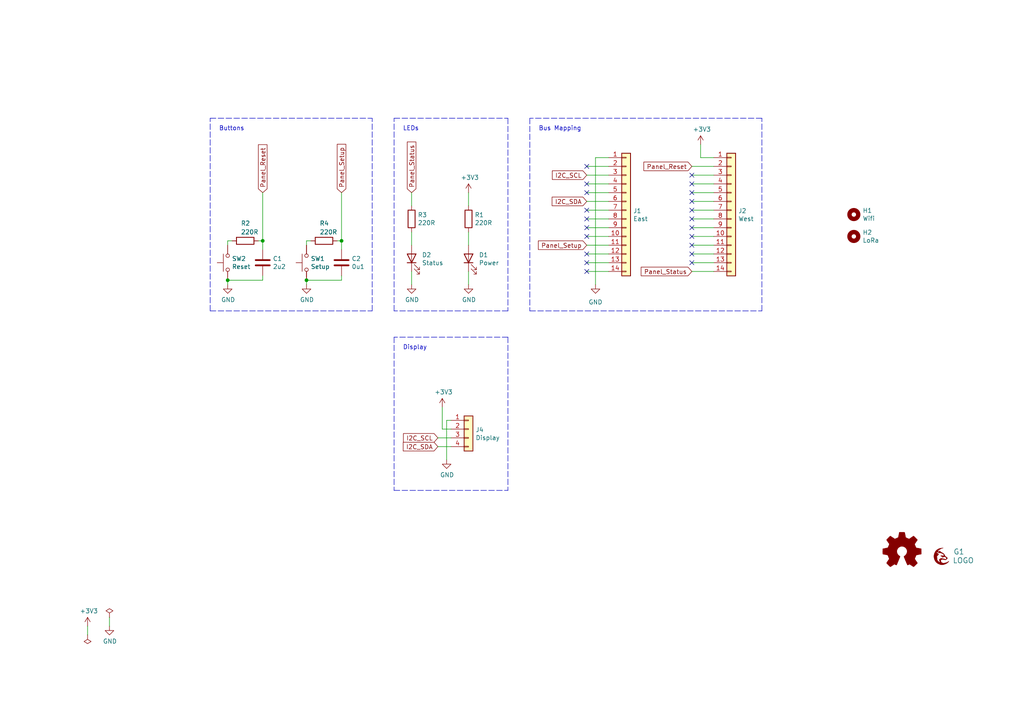
<source format=kicad_sch>
(kicad_sch (version 20211123) (generator eeschema)
  (paper "A4")
  (title_block (title "Satellite Panel") (date "2022-02-08") (rev "2.0") (company "GrayC GmbH") (comment 1 "Fabian Schlegel") (comment 4 "Front Panel Module with Setup / Reset Buttons and Status LEDs"))
  (lib_symbols
    (symbol "Connector_Generic:Conn_01x04" (pin_names (offset 1.016) hide)
      (property "Reference" "J" (at 0 5.08 0))
      (property "Value" "Conn_01x04" (at 0 -7.62 0))
      (symbol "Conn_01x04_1_1"
        (rectangle (start -1.27 -4.953) (end 0 -5.207) (stroke (width 0.1524)))
        (rectangle (start -1.27 -2.413) (end 0 -2.667) (stroke (width 0.1524)))
        (rectangle (start -1.27 0.127) (end 0 -0.127) (stroke (width 0.1524)))
        (rectangle (start -1.27 2.667) (end 0 2.413) (stroke (width 0.1524)))
        (rectangle (start -1.27 3.81) (end 1.27 -6.35) (stroke (width 0.254)) (fill (type background)))
        (pin passive line (at -5.08 2.54 0) (length 3.81) (name "Pin_1") (number "1"))
        (pin passive line (at -5.08 0 0) (length 3.81) (name "Pin_2") (number "2"))
        (pin passive line (at -5.08 -2.54 0) (length 3.81) (name "Pin_3") (number "3"))
        (pin passive line (at -5.08 -5.08 0) (length 3.81) (name "Pin_4") (number "4"))
      )
    )
    (symbol "Connector_Generic:Conn_01x14" (pin_names (offset 1.016) hide)
      (property "Reference" "J" (at 0 17.78 0))
      (property "Value" "Conn_01x14" (at 0 -20.32 0))
      (symbol "Conn_01x14_1_1"
        (rectangle (start -1.27 -17.653) (end 0 -17.907) (stroke (width 0.1524)))
        (rectangle (start -1.27 -15.113) (end 0 -15.367) (stroke (width 0.1524)))
        (rectangle (start -1.27 -12.573) (end 0 -12.827) (stroke (width 0.1524)))
        (rectangle (start -1.27 -10.033) (end 0 -10.287) (stroke (width 0.1524)))
        (rectangle (start -1.27 -7.493) (end 0 -7.747) (stroke (width 0.1524)))
        (rectangle (start -1.27 -4.953) (end 0 -5.207) (stroke (width 0.1524)))
        (rectangle (start -1.27 -2.413) (end 0 -2.667) (stroke (width 0.1524)))
        (rectangle (start -1.27 0.127) (end 0 -0.127) (stroke (width 0.1524)))
        (rectangle (start -1.27 2.667) (end 0 2.413) (stroke (width 0.1524)))
        (rectangle (start -1.27 5.207) (end 0 4.953) (stroke (width 0.1524)))
        (rectangle (start -1.27 7.747) (end 0 7.493) (stroke (width 0.1524)))
        (rectangle (start -1.27 10.287) (end 0 10.033) (stroke (width 0.1524)))
        (rectangle (start -1.27 12.827) (end 0 12.573) (stroke (width 0.1524)))
        (rectangle (start -1.27 15.367) (end 0 15.113) (stroke (width 0.1524)))
        (rectangle (start -1.27 16.51) (end 1.27 -19.05) (stroke (width 0.254)) (fill (type background)))
        (pin passive line (at -5.08 15.24 0) (length 3.81) (name "Pin_1") (number "1"))
        (pin passive line (at -5.08 -7.62 0) (length 3.81) (name "Pin_10") (number "10"))
        (pin passive line (at -5.08 -10.16 0) (length 3.81) (name "Pin_11") (number "11"))
        (pin passive line (at -5.08 -12.7 0) (length 3.81) (name "Pin_12") (number "12"))
        (pin passive line (at -5.08 -15.24 0) (length 3.81) (name "Pin_13") (number "13"))
        (pin passive line (at -5.08 -17.78 0) (length 3.81) (name "Pin_14") (number "14"))
        (pin passive line (at -5.08 12.7 0) (length 3.81) (name "Pin_2") (number "2"))
        (pin passive line (at -5.08 10.16 0) (length 3.81) (name "Pin_3") (number "3"))
        (pin passive line (at -5.08 7.62 0) (length 3.81) (name "Pin_4") (number "4"))
        (pin passive line (at -5.08 5.08 0) (length 3.81) (name "Pin_5") (number "5"))
        (pin passive line (at -5.08 2.54 0) (length 3.81) (name "Pin_6") (number "6"))
        (pin passive line (at -5.08 0 0) (length 3.81) (name "Pin_7") (number "7"))
        (pin passive line (at -5.08 -2.54 0) (length 3.81) (name "Pin_8") (number "8"))
        (pin passive line (at -5.08 -5.08 0) (length 3.81) (name "Pin_9") (number "9"))
      )
    )
    (symbol "Device:C" (pin_numbers hide) (pin_names (offset 0.254))
      (property "Reference" "C" (at 0.635 2.54 0))
      (property "Value" "C" (at 0.635 -2.54 0))
      (symbol "C_0_1"
        (polyline (pts (xy -2.032 -0.762) (xy 2.032 -0.762)) (stroke (width 0.508)))
        (polyline (pts (xy -2.032 0.762) (xy 2.032 0.762)) (stroke (width 0.508)))
      )
      (symbol "C_1_1"
        (pin passive line (at 0 3.81 270) (length 2.794) (name "~") (number "1"))
        (pin passive line (at 0 -3.81 90) (length 2.794) (name "~") (number "2"))
      )
    )
    (symbol "Device:LED" (pin_numbers hide) (pin_names (offset 1.016) hide)
      (property "Reference" "D" (at 0 2.54 0))
      (property "Value" "LED" (at 0 -2.54 0))
      (symbol "LED_0_1"
        (polyline (pts (xy -1.27 -1.27) (xy -1.27 1.27)) (stroke (width 0.254)))
        (polyline (pts (xy -1.27 0) (xy 1.27 0)))
        (polyline (pts (xy 1.27 -1.27) (xy 1.27 1.27) (xy -1.27 0) (xy 1.27 -1.27)) (stroke (width 0.254)))
        (polyline (pts (xy -3.048 -0.762) (xy -4.572 -2.286) (xy -3.81 -2.286) (xy -4.572 -2.286) (xy -4.572 -1.524)))
        (polyline (pts (xy -1.778 -0.762) (xy -3.302 -2.286) (xy -2.54 -2.286) (xy -3.302 -2.286) (xy -3.302 -1.524)))
      )
      (symbol "LED_1_1"
        (pin passive line (at -3.81 0 0) (length 2.54) (name "K") (number "1"))
        (pin passive line (at 3.81 0 180) (length 2.54) (name "A") (number "2"))
      )
    )
    (symbol "Device:R" (pin_numbers hide) (pin_names (offset 0))
      (property "Reference" "R" (at 2.032 0 90))
      (property "Value" "R" (at 0 0 90))
      (symbol "R_0_1"
        (rectangle (start -1.016 -2.54) (end 1.016 2.54) (stroke (width 0.254)))
      )
      (symbol "R_1_1"
        (pin passive line (at 0 3.81 270) (length 1.27) (name "~") (number "1"))
        (pin passive line (at 0 -3.81 90) (length 1.27) (name "~") (number "2"))
      )
    )
    (symbol "Graphic:Logo_Open_Hardware_Small" (pin_names (offset 1.016))
      (symbol "Logo_Open_Hardware_Small_0_1"
        (polyline (pts (xy 3.3528 -4.3434) (xy 3.302 -4.318) (xy 3.175 -4.2418) (xy 2.9972 -4.1148) (xy 2.7686 -3.9624) (xy 2.54 -3.81) (xy 2.3622 -3.7084) (xy 2.2352 -3.6068) (xy 2.1844 -3.5814) (xy 2.159 -3.6068) (xy 2.0574 -3.6576) (xy 1.905 -3.7338) (xy 1.8034 -3.7846) (xy 1.6764 -3.8354) (xy 1.6002 -3.8354) (xy 1.6002 -3.8354) (xy 1.5494 -3.7338) (xy 1.4732 -3.5306) (xy 1.3462 -3.302) (xy 1.2446 -3.0226) (xy 1.1176 -2.7178) (xy 0.9652 -2.413) (xy 0.8636 -2.1082) (xy 0.7366 -1.8288) (xy 0.6604 -1.6256) (xy 0.6096 -1.4732) (xy 0.5842 -1.397) (xy 0.5842 -1.397) (xy 0.6604 -1.3208) (xy 0.7874 -1.2446) (xy 1.0414 -1.016) (xy 1.2954 -0.6858) (xy 1.4478 -0.3302) (xy 1.524 0.0762) (xy 1.4732 0.4572) (xy 1.3208 0.8128) (xy 1.0668 1.143) (xy 0.762 1.3716) (xy 0.4064 1.524) (xy 0 1.5748) (xy -0.381 1.5494) (xy -0.7366 1.397) (xy -1.0668 1.143) (xy -1.2192 0.9906) (xy -1.397 0.6604) (xy -1.524 0.3048) (xy -1.524 0.2286) (xy -1.4986 -0.1778) (xy -1.397 -0.5334) (xy -1.1938 -0.8636) (xy -0.9144 -1.143) (xy -0.8636 -1.1684) (xy -0.7366 -1.27) (xy -0.635 -1.3462) (xy -0.5842 -1.397) (xy -1.0668 -2.5908) (xy -1.143 -2.794) (xy -1.2954 -3.1242) (xy -1.397 -3.4036) (xy -1.4986 -3.6322) (xy -1.5748 -3.7846) (xy -1.6002 -3.8354) (xy -1.6002 -3.8354) (xy -1.651 -3.8354) (xy -1.7272 -3.81) (xy -1.905 -3.7338) (xy -2.0066 -3.683) (xy -2.1336 -3.6068) (xy -2.2098 -3.5814) (xy -2.2606 -3.6068) (xy -2.3622 -3.683) (xy -2.54 -3.81) (xy -2.7686 -3.9624) (xy -2.9718 -4.0894) (xy -3.1496 -4.2164) (xy -3.302 -4.318) (xy -3.3528 -4.3434) (xy -3.3782 -4.3434) (xy -3.429 -4.318) (xy -3.5306 -4.2164) (xy -3.7084 -4.064) (xy -3.937 -3.8354) (xy -3.9624 -3.81) (xy -4.1656 -3.6068) (xy -4.318 -3.4544) (xy -4.4196 -3.3274) (xy -4.445 -3.2766) (xy -4.445 -3.2766) (xy -4.4196 -3.2258) (xy -4.318 -3.0734) (xy -4.2164 -2.8956) (xy -4.064 -2.667) (xy -3.6576 -2.0828) (xy -3.8862 -1.5494) (xy -3.937 -1.3716) (xy -4.0386 -1.1684) (xy -4.0894 -1.0414) (xy -4.1148 -0.9652) (xy -4.191 -0.9398) (xy -4.318 -0.9144) (xy -4.5466 -0.8636) (xy -4.8006 -0.8128) (xy -5.0546 -0.7874) (xy -5.2578 -0.7366) (xy -5.4356 -0.7112) (xy -5.5118 -0.6858) (xy -5.5118 -0.6858) (xy -5.5372 -0.635) (xy -5.5372 -0.5588) (xy -5.5372 -0.4318) (xy -5.5626 -0.2286) (xy -5.5626 0.0762) (xy -5.5626 0.127) (xy -5.5372 0.4064) (xy -5.5372 0.635) (xy -5.5372 0.762) (xy -5.5372 0.8382) (xy -5.5372 0.8382) (xy -5.461 0.8382) (xy -5.3086 0.889) (xy -5.08 0.9144) (xy -4.826 0.9652) (xy -4.8006 0.9906) (xy -4.5466 1.0414) (xy -4.318 1.0668) (xy -4.1656 1.1176) (xy -4.0894 1.143) (xy -4.0894 1.143) (xy -4.0386 1.2446) (xy -3.9624 1.4224) (xy -3.8608 1.6256) (xy -3.7846 1.8288) (xy -3.7084 2.0066) (xy -3.6576 2.159) (xy -3.6322 2.2098) (xy -3.6322 2.2098) (xy -3.683 2.286) (xy -3.7592 2.413) (xy -3.8862 2.5908) (xy -4.064 2.8194) (xy -4.064 2.8448) (xy -4.2164 3.0734) (xy -4.3434 3.2512) (xy -4.4196 3.3782) (xy -4.445 3.4544) (xy -4.445 3.4544) (xy -4.3942 3.5052) (xy -4.2926 3.6322) (xy -4.1148 3.81) (xy -3.937 4.0132) (xy -3.8608 4.064) (xy -3.6576 4.2926) (xy -3.5052 4.4196) (xy -3.4036 4.4958) (xy -3.3528 4.5212) (xy -3.3528 4.5212) (xy -3.302 4.4704) (xy -3.1496 4.3688) (xy -2.9718 4.2418) (xy -2.7432 4.0894) (xy -2.7178 4.0894) (xy -2.4892 3.937) (xy -2.3114 3.81) (xy -2.1844 3.7084) (xy -2.1336 3.683) (xy -2.1082 3.683) (xy -2.032 3.7084) (xy -1.8542 3.7592) (xy -1.6764 3.8354) (xy -1.4732 3.937) (xy -1.27 4.0132) (xy -1.143 4.064) (xy -1.0668 4.1148) (xy -1.0668 4.1148) (xy -1.0414 4.191) (xy -1.016 4.3434) (xy -0.9652 4.572) (xy -0.9144 4.8514) (xy -0.889 4.9022) (xy -0.8382 5.1562) (xy -0.8128 5.3848) (xy -0.7874 5.5372) (xy -0.762 5.588) (xy -0.7112 5.6134) (xy -0.5842 5.6134) (xy -0.4064 5.6134) (xy -0.1524 5.6134) (xy 0.0762 5.6134) (xy 0.3302 5.6134) (xy 0.5334 5.6134) (xy 0.6858 5.588) (xy 0.7366 5.588) (xy 0.7366 5.588) (xy 0.762 5.5118) (xy 0.8128 5.334) (xy 0.8382 5.1054) (xy 0.9144 4.826) (xy 0.9144 4.7752) (xy 0.9652 4.5212) (xy 1.016 4.2926) (xy 1.0414 4.1402) (xy 1.0668 4.0894) (xy 1.0668 4.0894) (xy 1.1938 4.0386) (xy 1.3716 3.9624) (xy 1.5748 3.8608) (xy 2.0828 3.6576) (xy 2.7178 4.0894) (xy 2.7686 4.1402) (xy 2.9972 4.2926) (xy 3.175 4.4196) (xy 3.302 4.4958) (xy 3.3782 4.5212) (xy 3.3782 4.5212) (xy 3.429 4.4704) (xy 3.556 4.3434) (xy 3.7338 4.191) (xy 3.9116 3.9878) (xy 4.064 3.8354) (xy 4.2418 3.6576) (xy 4.3434 3.556) (xy 4.4196 3.4798) (xy 4.4196 3.429) (xy 4.4196 3.4036) (xy 4.3942 3.3274) (xy 4.2926 3.2004) (xy 4.1656 2.9972) (xy 4.0132 2.794) (xy 3.8862 2.5908) (xy 3.7592 2.3876) (xy 3.6576 2.2352) (xy 3.6322 2.159) (xy 3.6322 2.1336) (xy 3.683 2.0066) (xy 3.7592 1.8288) (xy 3.8608 1.6002) (xy 4.064 1.1176) (xy 4.3942 1.0414) (xy 4.5974 1.016) (xy 4.8768 0.9652) (xy 5.1308 0.9144) (xy 5.5372 0.8382) (xy 5.5626 -0.6604) (xy 5.4864 -0.6858) (xy 5.4356 -0.6858) (xy 5.2832 -0.7366) (xy 5.0546 -0.762) (xy 4.8006 -0.8128) (xy 4.5974 -0.8636) (xy 4.3688 -0.9144) (xy 4.2164 -0.9398) (xy 4.1402 -0.9398) (xy 4.1148 -0.9652) (xy 4.064 -1.0668) (xy 3.9878 -1.2446) (xy 3.9116 -1.4478) (xy 3.81 -1.651) (xy 3.7338 -1.8542) (xy 3.683 -2.0066) (xy 3.6576 -2.0828) (xy 3.683 -2.1336) (xy 3.7846 -2.2606) (xy 3.8862 -2.4638) (xy 4.0386 -2.667) (xy 4.191 -2.8956) (xy 4.318 -3.0734) (xy 4.3942 -3.2004) (xy 4.445 -3.2766) (xy 4.4196 -3.3274) (xy 4.3434 -3.429) (xy 4.1656 -3.5814) (xy 3.937 -3.8354) (xy 3.8862 -3.8608) (xy 3.683 -4.064) (xy 3.5306 -4.2164) (xy 3.4036 -4.318) (xy 3.3528 -4.3434)) (fill (type outline)))
      )
    )
    (symbol "Mechanical:MountingHole" (pin_names (offset 1.016))
      (property "Reference" "H" (at 0 5.08 0))
      (property "Value" "MountingHole" (at 0 3.175 0))
      (symbol "MountingHole_0_1"
        (circle (center 0 0) (radius 1.27) (stroke (width 1.27)))
      )
    )
    (symbol "Switch:SW_Push" (pin_numbers hide) (pin_names (offset 1.016) hide)
      (property "Reference" "SW" (at 1.27 2.54 0))
      (property "Value" "SW_Push" (at 0 -1.524 0))
      (symbol "SW_Push_0_1"
        (circle (center -2.032 0) (radius 0.508))
        (polyline (pts (xy 0 1.27) (xy 0 3.048)))
        (polyline (pts (xy 2.54 1.27) (xy -2.54 1.27)))
        (circle (center 2.032 0) (radius 0.508))
        (pin passive line (at -5.08 0 0) (length 2.54) (name "1") (number "1"))
        (pin passive line (at 5.08 0 180) (length 2.54) (name "2") (number "2"))
      )
    )
    (symbol "grayc-logo-negative:LOGO" (pin_names (offset 1.016))
      (symbol "LOGO_0_0"
        (polyline (pts (xy 0.4572 -2.5146) (xy 0.9398 -2.3876) (xy 1.397 -2.1844) (xy 1.8034 -1.9304) (xy 2.0828 -1.6256) (xy 2.159 -1.4732) (xy 2.159 -1.4478) (xy 2.0574 -1.5494) (xy 1.7526 -1.7526) (xy 1.2446 -1.9558) (xy 0.7112 -2.032) (xy 0.4826 -2.032) (xy 0.1524 -1.9304) (xy -0.0508 -1.7526) (xy -0.1524 -1.4478) (xy -0.1778 -1.2192) (xy -0.1016 -1.1176) (xy 0.0508 -1.016) (xy 0.1524 -0.9906) (xy 0.4064 -0.9652) (xy 0.7112 -1.016) (xy 0.8128 -1.0414) (xy 1.0414 -1.0922) (xy 1.2192 -1.1176) (xy 1.2446 -1.0922) (xy 1.3716 -1.016) (xy 1.5494 -0.8636) (xy 1.7018 -0.7112) (xy 1.778 -0.5842) (xy 1.6002 -0.4064) (xy 1.397 -0.254) (xy 1.0922 0) (xy 0.9652 0.2286) (xy 0.9144 0.3556) (xy 0.762 0.5842) (xy 0.508 0.8128) (xy 0.1016 1.0414) (xy -0.3048 1.2954) (xy -0.4064 1.397) (xy -0.4572 1.4986) (xy -0.5588 1.4986) (xy -0.6096 1.3716) (xy -0.635 1.2954) (xy -0.7366 1.2954) (xy -0.8128 1.3208) (xy -1.016 1.3462) (xy -1.0668 1.397) (xy -0.9906 1.4986) (xy -0.8382 1.651) (xy -0.635 1.8288) (xy -0.127 2.1336) (xy 0.0762 2.2352) (xy 0.5334 2.3622) (xy 0.0508 2.3368) (xy -0.4064 2.2606) (xy -0.9906 2.032) (xy -1.4986 1.651) (xy -1.7272 1.3716) (xy -1.8542 1.1176) (xy -1.4478 1.1176) (xy -1.4478 1.143) (xy -1.3208 1.1684) (xy -1.0922 1.1176) (xy -0.7874 1.016) (xy -0.635 0.9398) (xy -0.4572 0.889) (xy -0.381 0.9144) (xy -0.3556 0.9398) (xy -0.254 0.9398) (xy -0.0508 0.8636) (xy 0.2032 0.762) (xy 0.4318 0.635) (xy 0.6096 0.5334) (xy 0.6858 0.4064) (xy 0.762 0.254) (xy 0.7366 0.2032) (xy 0.6858 0.1524) (xy 0.5334 0.127) (xy 0.2286 0.1524) (xy 0.0254 0.1524) (xy -0.1778 0.127) (xy -0.2286 0.0762) (xy -0.2032 0.0508) (xy -0.0762 0) (xy -0.0508 0) (xy 0.0762 -0.0762) (xy 0.2794 -0.0762) (xy 0.2794 -0.0254) (xy 0.381 -0.0254) (xy 0.4064 -0.0508) (xy 0.3302 -0.1016) (xy 0.2794 -0.0762) (xy 0.0762 -0.0762) (xy 0.1778 -0.2032) (xy 0.1778 -0.3048) (xy 0.2286 -0.3302) (xy 0.4064 -0.3302) (xy 0.6604 -0.254) (xy 0.6858 -0.254) (xy 0.9906 -0.2032) (xy 1.2192 -0.3048) (xy 1.3716 -0.508) (xy 1.4224 -0.635) (xy 1.4478 -0.762) (xy 1.3716 -0.8636) (xy 1.3208 -0.889) (xy 1.1938 -0.9144) (xy 0.9652 -0.8636) (xy 0.635 -0.7874) (xy 0.2794 -0.6858) (xy -0.0254 -0.6604) (xy -0.254 -0.6858) (xy -0.4318 -0.8636) (xy -0.5334 -0.889) (xy -0.5842 -0.9144) (xy -0.6096 -1.0414) (xy -0.5842 -1.2446) (xy -0.5334 -1.4478) (xy -0.4572 -1.6002) (xy -0.4064 -1.6764) (xy -0.381 -1.8034) (xy -0.4572 -1.8034) (xy -0.6604 -1.7018) (xy -0.8128 -1.6002) (xy -1.0922 -1.3208) (xy -1.2446 -1.0414) (xy -1.27 -0.6604) (xy -1.2446 -0.5334) (xy -1.27 -0.3556) (xy -1.2954 -0.3048) (xy -1.3208 -0.3302) (xy -1.3716 -0.3048) (xy -1.3462 -0.1778) (xy -1.2446 -0.0254) (xy -1.1176 0.1524) (xy -0.9144 0.3556) (xy -0.8128 0.5334) (xy -0.889 0.7112) (xy -1.143 0.8382) (xy -1.3716 0.9398) (xy -1.4478 1.1176) (xy -1.8542 1.1176) (xy -2.0066 0.8636) (xy -2.032 0.7112) (xy -1.27 0.7112) (xy -1.2446 0.762) (xy -1.1938 0.7112) (xy -1.2446 0.6604) (xy -1.27 0.7112) (xy -2.032 0.7112) (xy -2.159 0.3048) (xy -2.1844 -0.254) (xy -2.0828 -0.8128) (xy -1.8542 -1.3462) (xy -1.524 -1.8034) (xy -1.0668 -2.159) (xy -0.508 -2.413) (xy -0.4318 -2.4384) (xy -0.127 -2.5146) (xy 0.1524 -2.54) (xy 0.4572 -2.5146)) (stroke (width 0.0254)) (fill (type outline)))
      )
    )
    (symbol "power:+3V3" (power) (pin_names (offset 0))
      (property "Value" "+3V3" (at 0 3.556 0))
      (symbol "+3V3_0_1"
        (polyline (pts (xy -0.762 1.27) (xy 0 2.54)))
        (polyline (pts (xy 0 0) (xy 0 2.54)))
        (polyline (pts (xy 0 2.54) (xy 0.762 1.27)))
      )
      (symbol "+3V3_1_1"
        (pin power_in line (at 0 0 90) (length 0) hide (name "+3V3") (number "1"))
      )
    )
    (symbol "power:GND" (power) (pin_names (offset 0))
      (property "Value" "GND" (at 0 -3.81 0))
      (symbol "GND_0_1"
        (polyline (pts (xy 0 0) (xy 0 -1.27) (xy 1.27 -1.27) (xy 0 -2.54) (xy -1.27 -1.27) (xy 0 -1.27)))
      )
      (symbol "GND_1_1"
        (pin power_in line (at 0 0 270) (length 0) hide (name "GND") (number "1"))
      )
    )
    (symbol "power:PWR_FLAG" (power) (pin_numbers hide) (pin_names (offset 0) hide)
      (property "Value" "PWR_FLAG" (at 0 3.81 0))
      (symbol "PWR_FLAG_0_0"
        (pin power_out line (at 0 0 90) (length 0) (name "pwr") (number "1"))
      )
      (symbol "PWR_FLAG_0_1"
        (polyline (pts (xy 0 0) (xy 0 1.27) (xy -1.016 1.905) (xy 0 2.54) (xy 1.016 1.905) (xy 0 1.27)))
      )
    )
  )
  (junction (at 66.04 81.28))
  (junction (at 88.9 81.28))
  (junction (at 76.2 69.85))
  (junction (at 99.06 69.85))
  (no_connect (at 170.18 48.26))
  (no_connect (at 200.66 58.42))
  (no_connect (at 200.66 66.04))
  (no_connect (at 200.66 71.12))
  (no_connect (at 200.66 50.8))
  (no_connect (at 200.66 68.58))
  (no_connect (at 200.66 73.66))
  (no_connect (at 170.18 53.34))
  (no_connect (at 170.18 55.88))
  (no_connect (at 170.18 78.74))
  (no_connect (at 170.18 73.66))
  (no_connect (at 200.66 63.5))
  (no_connect (at 200.66 76.2))
  (no_connect (at 200.66 53.34))
  (no_connect (at 170.18 63.5))
  (no_connect (at 170.18 68.58))
  (no_connect (at 170.18 76.2))
  (no_connect (at 200.66 55.88))
  (no_connect (at 170.18 66.04))
  (no_connect (at 200.66 60.96))
  (no_connect (at 170.18 60.96))
  (polyline (pts (xy 114.3 90.17) (xy 114.3 34.29)))
  (polyline (pts (xy 60.96 90.17) (xy 60.96 34.29)))
  (wire (pts (xy 170.18 73.66) (xy 176.53 73.66)))
  (wire (pts (xy 127 127) (xy 130.81 127)))
  (polyline (pts (xy 147.32 97.79) (xy 147.32 142.24)))
  (wire (pts (xy 170.18 55.88) (xy 176.53 55.88)))
  (wire (pts (xy 25.4 181.61) (xy 25.4 184.15)))
  (polyline (pts (xy 107.95 90.17) (xy 107.95 34.29)))
  (wire (pts (xy 170.18 66.04) (xy 176.53 66.04)))
  (wire (pts (xy 200.66 76.2) (xy 207.01 76.2)))
  (polyline (pts (xy 114.3 34.29) (xy 147.32 34.29)))
  (polyline (pts (xy 60.96 90.17) (xy 107.95 90.17)))
  (wire (pts (xy 200.66 78.74) (xy 207.01 78.74)))
  (wire (pts (xy 200.66 73.66) (xy 207.01 73.66)))
  (wire (pts (xy 128.27 118.11) (xy 128.27 124.46)))
  (wire (pts (xy 119.38 67.31) (xy 119.38 71.12)))
  (wire (pts (xy 66.04 71.12) (xy 66.04 69.85)))
  (wire (pts (xy 172.72 45.72) (xy 176.53 45.72)))
  (wire (pts (xy 99.06 81.28) (xy 99.06 80.01)))
  (wire (pts (xy 200.66 48.26) (xy 207.01 48.26)))
  (wire (pts (xy 66.04 69.85) (xy 67.31 69.85)))
  (wire (pts (xy 170.18 78.74) (xy 176.53 78.74)))
  (wire (pts (xy 170.18 53.34) (xy 176.53 53.34)))
  (wire (pts (xy 99.06 55.88) (xy 99.06 69.85)))
  (wire (pts (xy 170.18 60.96) (xy 176.53 60.96)))
  (wire (pts (xy 200.66 53.34) (xy 207.01 53.34)))
  (wire (pts (xy 170.18 71.12) (xy 176.53 71.12)))
  (wire (pts (xy 135.89 67.31) (xy 135.89 71.12)))
  (wire (pts (xy 88.9 81.28) (xy 99.06 81.28)))
  (wire (pts (xy 130.81 121.92) (xy 129.54 121.92)))
  (wire (pts (xy 129.54 121.92) (xy 129.54 133.35)))
  (polyline (pts (xy 147.32 34.29) (xy 147.32 90.17)))
  (wire (pts (xy 76.2 55.88) (xy 76.2 69.85)))
  (wire (pts (xy 170.18 48.26) (xy 176.53 48.26)))
  (wire (pts (xy 88.9 69.85) (xy 90.17 69.85)))
  (wire (pts (xy 172.72 82.55) (xy 172.72 45.72)))
  (wire (pts (xy 128.27 124.46) (xy 130.81 124.46)))
  (polyline (pts (xy 114.3 97.79) (xy 114.3 142.24)))
  (wire (pts (xy 170.18 68.58) (xy 176.53 68.58)))
  (wire (pts (xy 66.04 81.28) (xy 66.04 82.55)))
  (wire (pts (xy 200.66 50.8) (xy 207.01 50.8)))
  (wire (pts (xy 97.79 69.85) (xy 99.06 69.85)))
  (wire (pts (xy 99.06 69.85) (xy 99.06 72.39)))
  (polyline (pts (xy 220.98 90.17) (xy 220.98 34.29)))
  (wire (pts (xy 203.2 45.72) (xy 207.01 45.72)))
  (polyline (pts (xy 114.3 142.24) (xy 147.32 142.24)))
  (wire (pts (xy 170.18 50.8) (xy 176.53 50.8)))
  (wire (pts (xy 170.18 58.42) (xy 176.53 58.42)))
  (polyline (pts (xy 147.32 90.17) (xy 114.3 90.17)))
  (wire (pts (xy 170.18 76.2) (xy 176.53 76.2)))
  (wire (pts (xy 76.2 69.85) (xy 76.2 72.39)))
  (wire (pts (xy 119.38 55.88) (xy 119.38 59.69)))
  (polyline (pts (xy 147.32 97.79) (xy 114.3 97.79)))
  (wire (pts (xy 66.04 81.28) (xy 76.2 81.28)))
  (wire (pts (xy 170.18 63.5) (xy 176.53 63.5)))
  (wire (pts (xy 88.9 81.28) (xy 88.9 82.55)))
  (wire (pts (xy 200.66 66.04) (xy 207.01 66.04)))
  (wire (pts (xy 203.2 41.91) (xy 203.2 45.72)))
  (wire (pts (xy 200.66 58.42) (xy 207.01 58.42)))
  (wire (pts (xy 200.66 68.58) (xy 207.01 68.58)))
  (polyline (pts (xy 60.96 34.29) (xy 107.95 34.29)))
  (wire (pts (xy 200.66 71.12) (xy 207.01 71.12)))
  (wire (pts (xy 88.9 69.85) (xy 88.9 71.12)))
  (polyline (pts (xy 220.98 34.29) (xy 153.67 34.29)))
  (wire (pts (xy 200.66 63.5) (xy 207.01 63.5)))
  (polyline (pts (xy 153.67 34.29) (xy 153.67 90.17)))
  (wire (pts (xy 200.66 55.88) (xy 207.01 55.88)))
  (wire (pts (xy 31.75 179.07) (xy 31.75 181.61)))
  (wire (pts (xy 127 129.54) (xy 130.81 129.54)))
  (wire (pts (xy 135.89 55.88) (xy 135.89 59.69)))
  (wire (pts (xy 119.38 78.74) (xy 119.38 82.55)))
  (wire (pts (xy 200.66 60.96) (xy 207.01 60.96)))
  (wire (pts (xy 135.89 78.74) (xy 135.89 82.55)))
  (wire (pts (xy 76.2 81.28) (xy 76.2 80.01)))
  (wire (pts (xy 74.93 69.85) (xy 76.2 69.85)))
  (polyline (pts (xy 153.67 90.17) (xy 220.98 90.17)))
  (text "Buttons" (at 63.5 38.1 0) (effects (font (size 1.27 1.27)) (justify left bottom)))
  (text "Bus Mapping" (at 156.21 38.1 0) (effects (font (size 1.27 1.27)) (justify left bottom)))
  (text "LEDs" (at 116.84 38.1 0) (effects (font (size 1.27 1.27)) (justify left bottom)))
  (text "Display" (at 116.84 101.6 0) (effects (font (size 1.27 1.27)) (justify left bottom)))
  (global_label "I2C_SDA" (shape input) (at 170.18 58.42 180) (property "Intersheet References" "${INTERSHEET_REFS}" (effects hide)))
  (global_label "Panel_Status" (shape input) (at 119.38 55.88 90) (property "Intersheet References" "${INTERSHEET_REFS}" (effects hide)))
  (global_label "Panel_Setup" (shape input) (at 170.18 71.12 180) (property "Intersheet References" "${INTERSHEET_REFS}" (effects hide)))
  (global_label "Panel_Setup" (shape input) (at 99.06 55.88 90) (property "Intersheet References" "${INTERSHEET_REFS}" (effects hide)))
  (global_label "Panel_Reset" (shape input) (at 200.66 48.26 180) (property "Intersheet References" "${INTERSHEET_REFS}" (effects hide)))
  (global_label "I2C_SDA" (shape input) (at 127 129.54 180) (property "Intersheet References" "${INTERSHEET_REFS}" (effects hide)))
  (global_label "I2C_SCL" (shape input) (at 170.18 50.8 180) (property "Intersheet References" "${INTERSHEET_REFS}" (effects hide)))
  (global_label "I2C_SCL" (shape input) (at 127 127 180) (property "Intersheet References" "${INTERSHEET_REFS}" (effects hide)))
  (global_label "Panel_Status" (shape input) (at 200.66 78.74 180) (property "Intersheet References" "${INTERSHEET_REFS}" (effects hide)))
  (global_label "Panel_Reset" (shape input) (at 76.2 55.88 90) (property "Intersheet References" "${INTERSHEET_REFS}" (effects hide)))
  (symbol (lib_id "Switch:SW_Push") (at 66.04 76.2 90) (unit 1)
    (property "Reference" "SW2" (at 67.2592 75.0316 90) (effects (justify right)))
    (property "Value" "Reset" (at 67.2592 77.343 90) (effects (justify right)))
    (property "Footprint" "Button_Switch_SMD:SW_SPST_PTS645" (effects hide))
    (property "Datasheet" "https://www.mouser.de/datasheet/2/240/pts645-3050759.pdf" (effects hide))
    (property "manf#" "PTS645SK43SMTR92LFS" (effects hide))
    (property "mouser#" "611-RS014R05B1SMA10R" (effects hide))
    (property "part-num" "PTS645SK43SMTR92LFS" (effects hide))
  )
  (symbol (lib_id "power:GND") (at 66.04 82.55 0) (unit 1)
    (property "Reference" "#PWR0107" (effects hide))
    (property "Value" "GND" (at 66.167 86.9442 0))
  )
  (symbol (lib_id "Device:LED") (at 119.38 74.93 90) (unit 1)
    (property "Reference" "D2" (at 122.3772 73.9394 90) (effects (justify right)))
    (property "Value" "Status" (at 122.3772 76.2508 90) (effects (justify right)))
    (property "Footprint" "footprints:LED_1206_3216Metric_Pad1.42x1.75mm_HandSolder_With_Cover" (effects hide))
    (property "Datasheet" "https://www.mouser.de/datasheet/2/244/LUMX_S_A0003593352_1-2551948.pdf" (effects hide))
    (property "part-num" "SML-LXL1206GC-TR" (effects hide))
    (property "manf#" "SML-LXL1206GC-TR" (effects hide))
    (property "mouser#" "696-SML-L1206GCTR" (effects hide))
  )
  (symbol (lib_id "Device:R") (at 119.38 63.5 0) (unit 1)
    (property "Reference" "R3" (at 121.158 62.3316 0) (effects (justify left)))
    (property "Value" "220R" (at 121.158 64.643 0) (effects (justify left)))
    (property "Footprint" "Resistor_SMD:R_1206_3216Metric_Pad1.30x1.75mm_HandSolder" (effects hide))
    (property "Datasheet" "https://www.mouser.de/datasheet/2/427/rcge3-1761759.pdf" (effects hide))
    (property "manf#" "RCG1206220RJNEA" (effects hide))
    (property "part-num" "RCG1206220RJNEA" (effects hide))
    (property "mouser#" "71-RCG1206220RJNEA" (effects hide))
  )
  (symbol (lib_id "power:GND") (at 119.38 82.55 0) (unit 1)
    (property "Reference" "#PWR0108" (effects hide))
    (property "Value" "GND" (at 119.507 86.9442 0))
  )
  (symbol (lib_id "Mechanical:MountingHole") (at 247.65 62.23 0) (unit 1)
    (property "Reference" "H1" (at 250.19 61.0616 0) (effects (justify left)))
    (property "Value" "Wifi" (at 250.19 63.373 0) (effects (justify left)))
    (property "Footprint" "MountingHole:MountingHole_6.4mm_M6" (effects hide))
  )
  (symbol (lib_id "Connector_Generic:Conn_01x14") (at 181.61 60.96 0) (unit 1)
    (property "Reference" "J1" (at 183.642 61.1632 0) (effects (justify left)))
    (property "Value" "East" (at 183.642 63.4746 0) (effects (justify left)))
    (property "Footprint" "Connector_PinSocket_2.54mm:PinSocket_1x14_P2.54mm_Vertical" (effects hide))
  )
  (symbol (lib_id "Connector_Generic:Conn_01x14") (at 212.09 60.96 0) (unit 1)
    (property "Reference" "J2" (at 214.122 61.1632 0) (effects (justify left)))
    (property "Value" "West" (at 214.122 63.4746 0) (effects (justify left)))
    (property "Footprint" "Connector_PinSocket_2.54mm:PinSocket_1x14_P2.54mm_Vertical" (effects hide))
  )
  (symbol (lib_id "power:+3V3") (at 203.2 41.91 0) (unit 1)
    (property "Reference" "#PWR0101" (effects hide))
    (property "Value" "+3V3" (at 203.581 37.5158 0))
  )
  (symbol (lib_id "Device:LED") (at 135.89 74.93 90) (unit 1)
    (property "Reference" "D1" (at 138.8872 73.9394 90) (effects (justify right)))
    (property "Value" "Power" (at 138.8872 76.2508 90) (effects (justify right)))
    (property "Footprint" "footprints:LED_1206_3216Metric_Pad1.42x1.75mm_HandSolder_With_Cover" (effects hide))
    (property "Datasheet" "https://www.mouser.de/datasheet/2/244/LUMX_S_A0003593352_1-2551948.pdf" (effects hide))
    (property "part-num" "SML-LXL1206GC-TR" (effects hide))
    (property "manf#" "SML-LXL1206GC-TR" (effects hide))
    (property "mouser#" "696-SML-L1206GCTR" (effects hide))
  )
  (symbol (lib_id "Device:R") (at 135.89 63.5 0) (unit 1)
    (property "Reference" "R1" (at 137.668 62.3316 0) (effects (justify left)))
    (property "Value" "220R" (at 137.668 64.643 0) (effects (justify left)))
    (property "Footprint" "Resistor_SMD:R_1206_3216Metric_Pad1.30x1.75mm_HandSolder" (effects hide))
    (property "Datasheet" "https://www.mouser.de/datasheet/2/427/rcge3-1761759.pdf" (effects hide))
    (property "manf#" "RCG1206220RJNEA" (effects hide))
    (property "part-num" "RCG1206220RJNEA" (effects hide))
    (property "mouser#" "71-RCG1206220RJNEA" (effects hide))
  )
  (symbol (lib_id "power:+3V3") (at 135.89 55.88 0) (unit 1)
    (property "Reference" "#PWR0103" (effects hide))
    (property "Value" "+3V3" (at 136.271 51.4858 0))
  )
  (symbol (lib_id "power:GND") (at 135.89 82.55 0) (unit 1)
    (property "Reference" "#PWR0104" (effects hide))
    (property "Value" "GND" (at 136.017 86.9442 0))
  )
  (symbol (lib_id "Switch:SW_Push") (at 88.9 76.2 90) (unit 1)
    (property "Reference" "SW1" (at 90.1192 75.0316 90) (effects (justify right)))
    (property "Value" "Setup" (at 90.1192 77.343 90) (effects (justify right)))
    (property "Footprint" "Button_Switch_SMD:SW_SPST_PTS645" (effects hide))
    (property "Datasheet" "https://www.mouser.de/datasheet/2/240/pts645-3050759.pdf" (effects hide))
    (property "manf#" "PTS645SK43SMTR92LFS" (effects hide))
    (property "mouser#" "611-RS014R05B1SMA10R" (effects hide))
    (property "part-num" "PTS645SK43SMTR92LFS" (effects hide))
  )
  (symbol (lib_id "power:GND") (at 88.9 82.55 0) (unit 1)
    (property "Reference" "#PWR0105" (effects hide))
    (property "Value" "GND" (at 89.027 86.9442 0))
  )
  (symbol (lib_id "grayc-logo-negative:LOGO") (at 273.05 161.29 0) (unit 1)
    (property "Reference" "G1" (at 278.13 160.02 0) (effects (font (size 1.524 1.524))))
    (property "Value" "LOGO" (at 279.4 162.56 0) (effects (font (size 1.524 1.524))))
    (property "Footprint" "images:grayc-logo-negative" (effects hide))
  )
  (symbol (lib_id "Connector_Generic:Conn_01x04") (at 135.89 124.46 0) (unit 1)
    (property "Reference" "J4" (at 137.922 124.6632 0) (effects (justify left)))
    (property "Value" "Display" (at 137.922 126.9746 0) (effects (justify left)))
    (property "Footprint" "Connector_PinHeader_2.54mm:PinHeader_1x04_P2.54mm_Vertical" (effects hide))
  )
  (symbol (lib_id "power:+3V3") (at 128.27 118.11 0) (unit 1)
    (property "Reference" "#PWR0112" (effects hide))
    (property "Value" "+3V3" (at 128.651 113.7158 0))
  )
  (symbol (lib_id "power:GND") (at 129.54 133.35 0) (unit 1)
    (property "Reference" "#PWR0113" (effects hide))
    (property "Value" "GND" (at 129.667 137.7442 0))
  )
  (symbol (lib_id "Device:C") (at 76.2 76.2 0) (unit 1)
    (property "Reference" "C1" (at 79.121 75.0316 0) (effects (justify left)))
    (property "Value" "2u2" (at 79.121 77.343 0) (effects (justify left)))
    (property "Footprint" "Capacitor_SMD:C_1206_3216Metric_Pad1.33x1.80mm_HandSolder" (effects hide))
    (property "Datasheet" "https://www.mouser.de/datasheet/2/396/mlcc02_e-1307760.pdf" (effects hide))
    (property "manf#" "TMK316BJ225KD-T" (effects hide))
    (property "mouser#" "963-TMK316BJ225KD-T" (effects hide))
    (property "part-num" "TMK316BJ225KD-T" (effects hide))
  )
  (symbol (lib_id "Device:C") (at 99.06 76.2 0) (unit 1)
    (property "Reference" "C2" (at 101.981 75.0316 0) (effects (justify left)))
    (property "Value" "0u1" (at 101.981 77.343 0) (effects (justify left)))
    (property "Footprint" "Capacitor_SMD:C_1206_3216Metric_Pad1.33x1.80mm_HandSolder" (effects hide))
  )
  (symbol (lib_id "Mechanical:MountingHole") (at 247.65 68.58 0) (unit 1)
    (property "Reference" "H2" (at 250.19 67.4116 0) (effects (justify left)))
    (property "Value" "LoRa" (at 250.19 69.723 0) (effects (justify left)))
    (property "Footprint" "MountingHole:MountingHole_6.4mm_M6" (effects hide))
  )
  (symbol (lib_id "Graphic:Logo_Open_Hardware_Small") (at 261.62 160.02 0) (unit 1)
    (property "Reference" "G2" (effects hide))
    (property "Value" "Logo_Open_Hardware_Small" (effects hide))
    (property "Footprint" "Symbol:OSHW-Logo2_7.3x6mm_SilkScreen" (effects hide))
  )
  (symbol (lib_id "Device:R") (at 71.12 69.85 270) (unit 1)
    (property "Reference" "R2" (at 69.85 64.77 90) (effects (justify left)))
    (property "Value" "220R" (at 69.85 67.31 90) (effects (justify left)))
    (property "Footprint" "Resistor_SMD:R_1206_3216Metric_Pad1.30x1.75mm_HandSolder" (effects hide))
    (property "Datasheet" "https://www.mouser.de/datasheet/2/427/rcge3-1761759.pdf" (effects hide))
    (property "part-num" "RCG1206220RJNEA" (effects hide))
    (property "mouser#" "71-RCG1206220RJNEA" (effects hide))
    (property "manf#" "RCG1206220RJNEA" (effects hide))
  )
  (symbol (lib_id "Device:R") (at 93.98 69.85 270) (unit 1)
    (property "Reference" "R4" (at 92.71 64.77 90) (effects (justify left)))
    (property "Value" "220R" (at 92.71 67.31 90) (effects (justify left)))
    (property "Footprint" "Resistor_SMD:R_1206_3216Metric_Pad1.30x1.75mm_HandSolder" (effects hide))
    (property "Datasheet" "https://www.mouser.de/datasheet/2/427/rcge3-1761759.pdf" (effects hide))
    (property "part-num" "RCG1206220RJNEA" (effects hide))
    (property "mouser#" "71-RCG1206220RJNEA" (effects hide))
    (property "manf#" "RCG1206220RJNEA" (effects hide))
  )
  (symbol (lib_id "power:GND") (at 172.72 82.55 0) (unit 1)
    (property "Reference" "#PWR0102" (effects hide))
    (property "Value" "GND" (at 172.72 87.63 0))
  )
  (symbol (lib_id "power:GND") (at 31.75 181.61 0) (unit 1)
    (property "Reference" "#PWR?" (effects hide))
    (property "Value" "GND" (at 31.877 186.0042 0))
  )
  (symbol (lib_id "power:+3V3") (at 25.4 181.61 0) (unit 1)
    (property "Reference" "#PWR?" (effects hide))
    (property "Value" "+3V3" (at 25.781 177.2158 0))
  )
  (symbol (lib_id "power:PWR_FLAG") (at 31.75 179.07 0) (unit 1)
    (property "Reference" "#FLG?" (effects hide))
    (property "Value" "PWR_FLAG" (effects hide))
  )
  (symbol (lib_id "power:PWR_FLAG") (at 25.4 184.15 180) (unit 1)
    (property "Reference" "#FLG?" (effects hide))
    (property "Value" "PWR_FLAG" (effects hide))
  )
)
</source>
